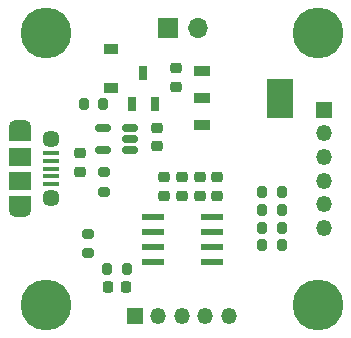
<source format=gts>
G04 #@! TF.GenerationSoftware,KiCad,Pcbnew,(6.0.5)*
G04 #@! TF.CreationDate,2022-09-30T16:47:31-04:00*
G04 #@! TF.ProjectId,Pokeball_xs,506f6b65-6261-46c6-9c5f-78732e6b6963,rev?*
G04 #@! TF.SameCoordinates,Original*
G04 #@! TF.FileFunction,Soldermask,Top*
G04 #@! TF.FilePolarity,Negative*
%FSLAX46Y46*%
G04 Gerber Fmt 4.6, Leading zero omitted, Abs format (unit mm)*
G04 Created by KiCad (PCBNEW (6.0.5)) date 2022-09-30 16:47:31*
%MOMM*%
%LPD*%
G01*
G04 APERTURE LIST*
G04 Aperture macros list*
%AMRoundRect*
0 Rectangle with rounded corners*
0 $1 Rounding radius*
0 $2 $3 $4 $5 $6 $7 $8 $9 X,Y pos of 4 corners*
0 Add a 4 corners polygon primitive as box body*
4,1,4,$2,$3,$4,$5,$6,$7,$8,$9,$2,$3,0*
0 Add four circle primitives for the rounded corners*
1,1,$1+$1,$2,$3*
1,1,$1+$1,$4,$5*
1,1,$1+$1,$6,$7*
1,1,$1+$1,$8,$9*
0 Add four rect primitives between the rounded corners*
20,1,$1+$1,$2,$3,$4,$5,0*
20,1,$1+$1,$4,$5,$6,$7,0*
20,1,$1+$1,$6,$7,$8,$9,0*
20,1,$1+$1,$8,$9,$2,$3,0*%
G04 Aperture macros list end*
%ADD10C,0.100000*%
%ADD11R,1.981200X0.558800*%
%ADD12R,1.473200X0.889000*%
%ADD13RoundRect,0.225000X-0.225000X-0.250000X0.225000X-0.250000X0.225000X0.250000X-0.225000X0.250000X0*%
%ADD14C,4.300000*%
%ADD15RoundRect,0.200000X-0.275000X0.200000X-0.275000X-0.200000X0.275000X-0.200000X0.275000X0.200000X0*%
%ADD16RoundRect,0.200000X-0.200000X-0.275000X0.200000X-0.275000X0.200000X0.275000X-0.200000X0.275000X0*%
%ADD17R,1.350000X1.350000*%
%ADD18O,1.350000X1.350000*%
%ADD19RoundRect,0.225000X-0.250000X0.225000X-0.250000X-0.225000X0.250000X-0.225000X0.250000X0.225000X0*%
%ADD20RoundRect,0.200000X0.200000X0.275000X-0.200000X0.275000X-0.200000X-0.275000X0.200000X-0.275000X0*%
%ADD21R,1.350000X0.400000*%
%ADD22O,1.900000X1.200000*%
%ADD23R,1.900000X1.500000*%
%ADD24C,1.450000*%
%ADD25R,1.900000X1.200000*%
%ADD26R,1.200000X0.900000*%
%ADD27R,0.650000X1.220000*%
%ADD28R,1.700000X1.700000*%
%ADD29O,1.700000X1.700000*%
%ADD30RoundRect,0.150000X0.512500X0.150000X-0.512500X0.150000X-0.512500X-0.150000X0.512500X-0.150000X0*%
G04 APERTURE END LIST*
G04 #@! TO.C,U2*
G36*
X149361200Y-89100200D02*
G01*
X147176800Y-89100200D01*
X147176800Y-85899800D01*
X149361200Y-85899800D01*
X149361200Y-89100200D01*
G37*
D10*
X149361200Y-89100200D02*
X147176800Y-89100200D01*
X147176800Y-85899800D01*
X149361200Y-85899800D01*
X149361200Y-89100200D01*
G04 #@! TD*
D11*
G04 #@! TO.C,U1*
X137590200Y-97595000D03*
X137590200Y-98865000D03*
X137590200Y-100135000D03*
X137590200Y-101405000D03*
X142517800Y-101405000D03*
X142517800Y-100135000D03*
X142517800Y-98865000D03*
X142517800Y-97595000D03*
G04 #@! TD*
D12*
G04 #@! TO.C,U2*
X141731000Y-85200000D03*
X141731000Y-87500000D03*
X141731000Y-89800000D03*
G04 #@! TD*
D13*
G04 #@! TO.C,C1*
X133725000Y-103500000D03*
X135275000Y-103500000D03*
G04 #@! TD*
D14*
G04 #@! TO.C,H1*
X128500000Y-105000000D03*
G04 #@! TD*
G04 #@! TO.C,H2*
X128500000Y-82000000D03*
G04 #@! TD*
G04 #@! TO.C,H3*
X151500000Y-105000000D03*
G04 #@! TD*
G04 #@! TO.C,H4*
X151500000Y-82000000D03*
G04 #@! TD*
D15*
G04 #@! TO.C,R1*
X132028287Y-98998377D03*
X132028287Y-100648377D03*
G04 #@! TD*
D16*
G04 #@! TO.C,R2*
X133675000Y-102000000D03*
X135325000Y-102000000D03*
G04 #@! TD*
D17*
G04 #@! TO.C,J1*
X136000000Y-106000000D03*
D18*
X138000000Y-106000000D03*
X140000000Y-106000000D03*
X142000000Y-106000000D03*
X144000000Y-106000000D03*
G04 #@! TD*
D19*
G04 #@! TO.C,C3*
X139500000Y-85000000D03*
X139500000Y-86550000D03*
G04 #@! TD*
G04 #@! TO.C,C4*
X143000000Y-94225000D03*
X143000000Y-95775000D03*
G04 #@! TD*
G04 #@! TO.C,C5*
X141500000Y-94225000D03*
X141500000Y-95775000D03*
G04 #@! TD*
D20*
G04 #@! TO.C,R3*
X148450000Y-95500000D03*
X146800000Y-95500000D03*
G04 #@! TD*
G04 #@! TO.C,R4*
X148450000Y-97000000D03*
X146800000Y-97000000D03*
G04 #@! TD*
G04 #@! TO.C,R5*
X148450000Y-98500000D03*
X146800000Y-98500000D03*
G04 #@! TD*
D17*
G04 #@! TO.C,J3*
X152000000Y-88500000D03*
D18*
X152000000Y-90500000D03*
X152000000Y-92500000D03*
X152000000Y-94500000D03*
X152000000Y-96500000D03*
X152000000Y-98500000D03*
G04 #@! TD*
D20*
G04 #@! TO.C,R6*
X148461342Y-100000000D03*
X146811342Y-100000000D03*
G04 #@! TD*
D19*
G04 #@! TO.C,C6*
X137854631Y-90047062D03*
X137854631Y-91597062D03*
G04 #@! TD*
D15*
G04 #@! TO.C,R8*
X133370038Y-93817587D03*
X133370038Y-95467587D03*
G04 #@! TD*
D19*
G04 #@! TO.C,C8*
X138500000Y-94225000D03*
X138500000Y-95775000D03*
G04 #@! TD*
D21*
G04 #@! TO.C,J2*
X128962500Y-92200000D03*
X128962500Y-92850000D03*
X128962500Y-93500000D03*
X128962500Y-94150000D03*
X128962500Y-94800000D03*
D22*
X126262500Y-97000000D03*
D23*
X126262500Y-94500000D03*
D24*
X128962500Y-96000000D03*
X128962500Y-91000000D03*
D25*
X126262500Y-90600000D03*
D22*
X126262500Y-90000000D03*
D25*
X126262500Y-96400000D03*
D23*
X126262500Y-92500000D03*
G04 #@! TD*
D20*
G04 #@! TO.C,R9*
X133364708Y-88021012D03*
X131714708Y-88021012D03*
G04 #@! TD*
D26*
G04 #@! TO.C,D1*
X134000000Y-83350000D03*
X134000000Y-86650000D03*
G04 #@! TD*
D27*
G04 #@! TO.C,Q1*
X135799570Y-88021353D03*
X137699570Y-88021353D03*
X136749570Y-85401353D03*
G04 #@! TD*
D28*
G04 #@! TO.C,J4*
X138850000Y-81575000D03*
D29*
X141390000Y-81575000D03*
G04 #@! TD*
D30*
G04 #@! TO.C,U3*
X135637500Y-91950000D03*
X135637500Y-91000000D03*
X135637500Y-90050000D03*
X133362500Y-90050000D03*
X133362500Y-91950000D03*
G04 #@! TD*
D19*
G04 #@! TO.C,C2*
X131385193Y-92199473D03*
X131385193Y-93749473D03*
G04 #@! TD*
G04 #@! TO.C,C7*
X140000000Y-94225000D03*
X140000000Y-95775000D03*
G04 #@! TD*
M02*

</source>
